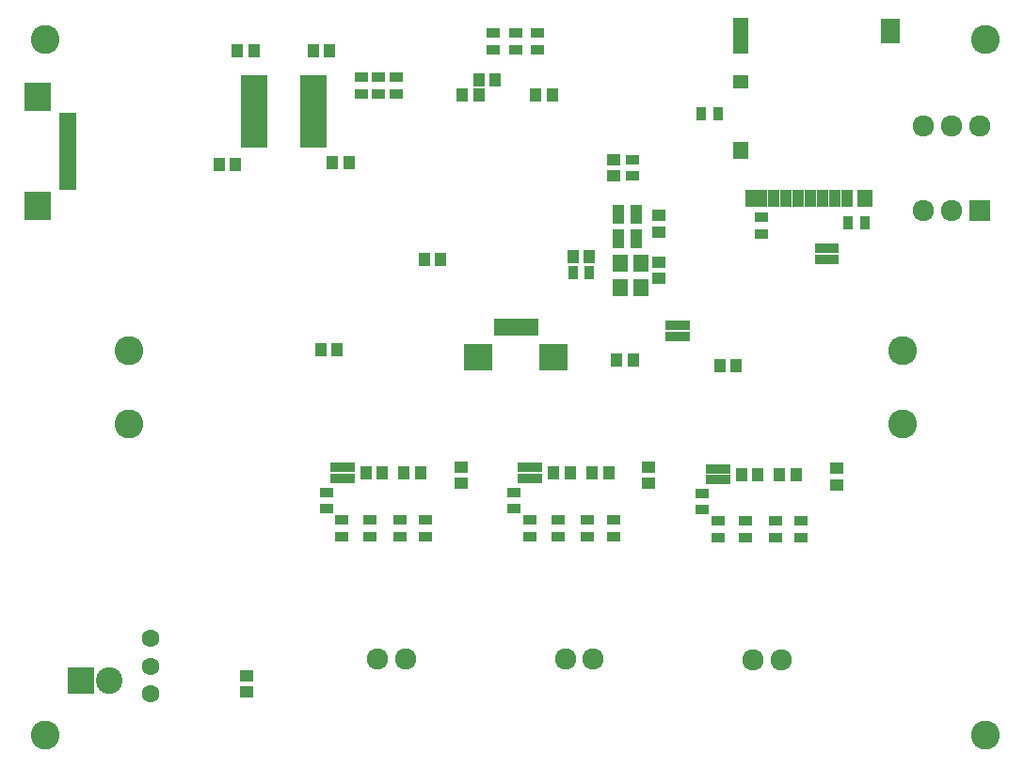
<source format=gbs>
G04 #@! TF.GenerationSoftware,KiCad,Pcbnew,(5.0.0)*
G04 #@! TF.CreationDate,2019-07-10T13:20:49+09:00*
G04 #@! TF.ProjectId,top and bottom,746F7020616E6420626F74746F6D2E6B,rev?*
G04 #@! TF.SameCoordinates,Original*
G04 #@! TF.FileFunction,Soldermask,Bot*
G04 #@! TF.FilePolarity,Negative*
%FSLAX46Y46*%
G04 Gerber Fmt 4.6, Leading zero omitted, Abs format (unit mm)*
G04 Created by KiCad (PCBNEW (5.0.0)) date 07/10/19 13:20:49*
%MOMM*%
%LPD*%
G01*
G04 APERTURE LIST*
%ADD10R,0.630000X1.650000*%
%ADD11R,2.200000X2.400000*%
%ADD12R,2.600000X2.400000*%
%ADD13R,2.400000X0.810000*%
%ADD14R,1.200000X0.900000*%
%ADD15R,1.100000X1.200000*%
%ADD16R,0.650000X0.900000*%
%ADD17R,1.400000X1.600000*%
%ADD18R,1.100000X1.600000*%
%ADD19R,1.400000X1.200000*%
%ADD20R,1.400000X3.200000*%
%ADD21R,1.700000X2.300000*%
%ADD22C,2.600000*%
%ADD23R,0.900000X1.200000*%
%ADD24R,1.050000X1.800000*%
%ADD25R,1.650000X0.630000*%
%ADD26R,2.400000X2.200000*%
%ADD27R,2.400000X2.600000*%
%ADD28R,1.200000X1.100000*%
%ADD29R,1.924000X1.924000*%
%ADD30C,1.924000*%
%ADD31C,1.600000*%
%ADD32R,2.400000X2.400000*%
%ADD33C,2.400000*%
G04 APERTURE END LIST*
D10*
G04 #@! TO.C,J11*
X156050000Y-99500000D03*
X156550000Y-99500000D03*
X155050000Y-99500000D03*
D11*
X151400000Y-102175000D03*
D10*
X154550000Y-99500000D03*
X154050000Y-99500000D03*
X153050000Y-99500000D03*
X155550000Y-99500000D03*
D12*
X158150000Y-102175000D03*
X151400000Y-102175000D03*
D10*
X153550000Y-99500000D03*
G04 #@! TD*
D13*
G04 #@! TO.C,U4*
X131250000Y-77195000D03*
X136558600Y-77195000D03*
X136558600Y-80370000D03*
X131250000Y-82275000D03*
X131250000Y-79735000D03*
X136558600Y-79735000D03*
X131250000Y-77830000D03*
X131250000Y-81005000D03*
X131250000Y-80370000D03*
X136558600Y-79100000D03*
X136558600Y-78465000D03*
X131250000Y-78465000D03*
X131250000Y-82910000D03*
X136558600Y-81005000D03*
X131250000Y-79100000D03*
X136558600Y-77830000D03*
X131250000Y-81640000D03*
X136558600Y-82910000D03*
X136558600Y-81640000D03*
X136558600Y-82275000D03*
G04 #@! TD*
D14*
G04 #@! TO.C,R28*
X140850000Y-77000000D03*
X140850000Y-78500000D03*
G04 #@! TD*
G04 #@! TO.C,R29*
X142450000Y-78500000D03*
X142450000Y-77000000D03*
G04 #@! TD*
G04 #@! TO.C,R27*
X144050000Y-78500000D03*
X144050000Y-77000000D03*
G04 #@! TD*
D15*
G04 #@! TO.C,C27*
X131225000Y-74600000D03*
X129725000Y-74600000D03*
G04 #@! TD*
G04 #@! TO.C,C26*
X129575000Y-84800000D03*
X128075000Y-84800000D03*
G04 #@! TD*
G04 #@! TO.C,C25*
X138050000Y-74600000D03*
X136550000Y-74600000D03*
G04 #@! TD*
G04 #@! TO.C,C24*
X139750000Y-84700000D03*
X138250000Y-84700000D03*
G04 #@! TD*
D16*
G04 #@! TO.C,RN3*
X183520000Y-92390000D03*
X182020000Y-93390000D03*
X182020000Y-92390000D03*
X183520000Y-93390000D03*
X182520000Y-93390000D03*
X183020000Y-93390000D03*
X183020000Y-92390000D03*
X182520000Y-92390000D03*
G04 #@! TD*
D17*
G04 #@! TO.C,U3*
X186150000Y-87900000D03*
D18*
X176900000Y-87900000D03*
X183500000Y-87900000D03*
X182400000Y-87900000D03*
X181300000Y-87900000D03*
X180200000Y-87900000D03*
X179100000Y-87900000D03*
X178000000Y-87900000D03*
X184600000Y-87900000D03*
X175950000Y-87900000D03*
D19*
X175000000Y-77400000D03*
D17*
X175000000Y-83600000D03*
D20*
X175000000Y-73250000D03*
D21*
X188500000Y-72800000D03*
G04 #@! TD*
D22*
G04 #@! TO.C,REF\002A\002A*
X119950000Y-101600000D03*
G04 #@! TD*
D17*
G04 #@! TO.C,Y1*
X164150000Y-93700000D03*
X164150000Y-95900000D03*
X166050000Y-95900000D03*
X166050000Y-93700000D03*
G04 #@! TD*
D14*
G04 #@! TO.C,R24*
X156750000Y-74500000D03*
X156750000Y-73000000D03*
G04 #@! TD*
G04 #@! TO.C,R19*
X176850000Y-89600000D03*
X176850000Y-91100000D03*
G04 #@! TD*
G04 #@! TO.C,L1*
X165250000Y-85900000D03*
X165250000Y-84400000D03*
G04 #@! TD*
D23*
G04 #@! TO.C,R6*
X159900000Y-94550000D03*
X161400000Y-94550000D03*
G04 #@! TD*
D14*
G04 #@! TO.C,R22*
X152750000Y-74500000D03*
X152750000Y-73000000D03*
G04 #@! TD*
D23*
G04 #@! TO.C,R20*
X172950000Y-80300000D03*
X171450000Y-80300000D03*
G04 #@! TD*
G04 #@! TO.C,R21*
X184650000Y-90100000D03*
X186150000Y-90100000D03*
G04 #@! TD*
D24*
G04 #@! TO.C,Y2*
X165650000Y-91525000D03*
X164000000Y-91525000D03*
X165650000Y-89320000D03*
X164000000Y-89320000D03*
G04 #@! TD*
D14*
G04 #@! TO.C,R23*
X154750000Y-74500000D03*
X154750000Y-73000000D03*
G04 #@! TD*
D16*
G04 #@! TO.C,RN2*
X169580000Y-100340000D03*
X169080000Y-100340000D03*
X169080000Y-99340000D03*
X169580000Y-99340000D03*
X168580000Y-99340000D03*
X170080000Y-100340000D03*
X170080000Y-99340000D03*
X168580000Y-100340000D03*
G04 #@! TD*
D25*
G04 #@! TO.C,J1*
X114450000Y-86900000D03*
X114450000Y-86400000D03*
X114450000Y-85900000D03*
X114450000Y-85400000D03*
X114450000Y-84900000D03*
X114450000Y-84400000D03*
X114450000Y-83900000D03*
X114450000Y-83400000D03*
X114450000Y-82900000D03*
X114450000Y-82400000D03*
X114450000Y-81900000D03*
X114450000Y-81400000D03*
X114450000Y-80900000D03*
D26*
X111775000Y-78750000D03*
X111775000Y-88550000D03*
D25*
X114450000Y-80400000D03*
D27*
X111775000Y-88550000D03*
X111775000Y-78750000D03*
G04 #@! TD*
D15*
G04 #@! TO.C,C21*
X163825000Y-102450000D03*
X165325000Y-102450000D03*
G04 #@! TD*
G04 #@! TO.C,C19*
X173125000Y-102950000D03*
X174625000Y-102950000D03*
G04 #@! TD*
G04 #@! TO.C,C18*
X138725000Y-101500000D03*
X137225000Y-101500000D03*
G04 #@! TD*
D28*
G04 #@! TO.C,C1*
X167650000Y-93625000D03*
X167650000Y-95125000D03*
G04 #@! TD*
D22*
G04 #@! TO.C,REF\002A\002A*
X189550000Y-101600000D03*
G04 #@! TD*
D28*
G04 #@! TO.C,C4*
X163550000Y-85900000D03*
X163550000Y-84400000D03*
G04 #@! TD*
D29*
G04 #@! TO.C,SW4*
X196550000Y-89000000D03*
D30*
X194010000Y-89000000D03*
X191470000Y-89000000D03*
X196550000Y-81380000D03*
X194010000Y-81380000D03*
X191470000Y-81380000D03*
G04 #@! TD*
D15*
G04 #@! TO.C,C9*
X149975000Y-78600000D03*
X151475000Y-78600000D03*
G04 #@! TD*
G04 #@! TO.C,C6*
X159900000Y-93150000D03*
X161400000Y-93150000D03*
G04 #@! TD*
D28*
G04 #@! TO.C,C3*
X167650000Y-89400000D03*
X167650000Y-90900000D03*
G04 #@! TD*
D22*
G04 #@! TO.C,REF\002A\002A*
X197050000Y-73600000D03*
G04 #@! TD*
D15*
G04 #@! TO.C,C10*
X148025000Y-93400000D03*
X146525000Y-93400000D03*
G04 #@! TD*
G04 #@! TO.C,C8*
X152950000Y-77200000D03*
X151450000Y-77200000D03*
G04 #@! TD*
G04 #@! TO.C,C7*
X156550000Y-78600000D03*
X158050000Y-78600000D03*
G04 #@! TD*
D22*
G04 #@! TO.C,REF\002A\002A*
X112450000Y-73600000D03*
G04 #@! TD*
D31*
G04 #@! TO.C,SW2*
X121950000Y-132550000D03*
X121950000Y-130050000D03*
X121950000Y-127550000D03*
G04 #@! TD*
D30*
G04 #@! TO.C,J3*
X159250000Y-129350000D03*
X161750000Y-129350000D03*
G04 #@! TD*
D28*
G04 #@! TO.C,C39*
X130550000Y-130875000D03*
X130550000Y-132375000D03*
G04 #@! TD*
D16*
G04 #@! TO.C,RN2*
X173720000Y-112240000D03*
X172220000Y-113240000D03*
X172220000Y-112240000D03*
X173720000Y-113240000D03*
X172720000Y-113240000D03*
X173220000Y-113240000D03*
X173220000Y-112240000D03*
X172720000Y-112240000D03*
G04 #@! TD*
G04 #@! TO.C,RN3*
X155820000Y-112140000D03*
X156320000Y-112140000D03*
X156320000Y-113140000D03*
X155820000Y-113140000D03*
X156820000Y-113140000D03*
X155320000Y-112140000D03*
X155320000Y-113140000D03*
X156820000Y-112140000D03*
G04 #@! TD*
D14*
G04 #@! TO.C,R27*
X156050000Y-118350000D03*
X156050000Y-116850000D03*
G04 #@! TD*
D28*
G04 #@! TO.C,C17*
X166750000Y-112075000D03*
X166750000Y-113575000D03*
G04 #@! TD*
D15*
G04 #@! TO.C,C25*
X158175000Y-112650000D03*
X159675000Y-112650000D03*
G04 #@! TD*
G04 #@! TO.C,C10*
X141275000Y-112650000D03*
X142775000Y-112650000D03*
G04 #@! TD*
G04 #@! TO.C,C21*
X178525000Y-112750000D03*
X180025000Y-112750000D03*
G04 #@! TD*
D32*
G04 #@! TO.C,J6*
X115700000Y-131300000D03*
D33*
X118200000Y-131300000D03*
G04 #@! TD*
D15*
G04 #@! TO.C,C24*
X163125000Y-112650000D03*
X161625000Y-112650000D03*
G04 #@! TD*
D14*
G04 #@! TO.C,R8*
X146650000Y-116850000D03*
X146650000Y-118350000D03*
G04 #@! TD*
G04 #@! TO.C,R21*
X178150000Y-116950000D03*
X178150000Y-118450000D03*
G04 #@! TD*
G04 #@! TO.C,R19*
X154650000Y-115850000D03*
X154650000Y-114350000D03*
G04 #@! TD*
G04 #@! TO.C,R10*
X141650000Y-116850000D03*
X141650000Y-118350000D03*
G04 #@! TD*
D28*
G04 #@! TO.C,C16*
X183650000Y-112175000D03*
X183650000Y-113675000D03*
G04 #@! TD*
D15*
G04 #@! TO.C,C22*
X175075000Y-112750000D03*
X176575000Y-112750000D03*
G04 #@! TD*
D16*
G04 #@! TO.C,RN1*
X138920000Y-112140000D03*
X139420000Y-112140000D03*
X139420000Y-113140000D03*
X138920000Y-113140000D03*
X139920000Y-113140000D03*
X138420000Y-112140000D03*
X138420000Y-113140000D03*
X139920000Y-112140000D03*
G04 #@! TD*
D14*
G04 #@! TO.C,R20*
X180450000Y-116950000D03*
X180450000Y-118450000D03*
G04 #@! TD*
G04 #@! TO.C,R18*
X171550000Y-115950000D03*
X171550000Y-114450000D03*
G04 #@! TD*
G04 #@! TO.C,R11*
X139150000Y-116850000D03*
X139150000Y-118350000D03*
G04 #@! TD*
G04 #@! TO.C,R7*
X137750000Y-114350000D03*
X137750000Y-115850000D03*
G04 #@! TD*
D30*
G04 #@! TO.C,J2*
X178650000Y-129450000D03*
X176150000Y-129450000D03*
G04 #@! TD*
G04 #@! TO.C,J1*
X142350000Y-129350000D03*
X144850000Y-129350000D03*
G04 #@! TD*
D14*
G04 #@! TO.C,R26*
X158550000Y-116850000D03*
X158550000Y-118350000D03*
G04 #@! TD*
G04 #@! TO.C,R25*
X161250000Y-118350000D03*
X161250000Y-116850000D03*
G04 #@! TD*
G04 #@! TO.C,R24*
X163550000Y-116850000D03*
X163550000Y-118350000D03*
G04 #@! TD*
G04 #@! TO.C,R23*
X172950000Y-116950000D03*
X172950000Y-118450000D03*
G04 #@! TD*
G04 #@! TO.C,R9*
X144350000Y-118350000D03*
X144350000Y-116850000D03*
G04 #@! TD*
G04 #@! TO.C,R22*
X175450000Y-116950000D03*
X175450000Y-118450000D03*
G04 #@! TD*
D28*
G04 #@! TO.C,C6*
X149850000Y-113575000D03*
X149850000Y-112075000D03*
G04 #@! TD*
D22*
G04 #@! TO.C,REF\002A\002A*
X197050000Y-136250000D03*
G04 #@! TD*
G04 #@! TO.C,REF\002A\002A*
X112450000Y-136250000D03*
G04 #@! TD*
D15*
G04 #@! TO.C,C9*
X144725000Y-112650000D03*
X146225000Y-112650000D03*
G04 #@! TD*
D22*
G04 #@! TO.C,REF\002A\002A*
X189550000Y-108250000D03*
G04 #@! TD*
G04 #@! TO.C,REF\002A\002A*
X119950000Y-108250000D03*
G04 #@! TD*
M02*

</source>
